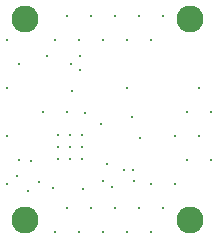
<source format=gbr>
%TF.GenerationSoftware,Altium Limited,Altium Designer,21.3.2 (30)*%
G04 Layer_Color=0*
%FSLAX26Y26*%
%MOIN*%
%TF.SameCoordinates,7249F2FC-C291-4BAF-AEBD-B68F3D0C2602*%
%TF.FilePolarity,Positive*%
%TF.FileFunction,Plated,1,2,PTH,Drill*%
%TF.Part,Single*%
G01*
G75*
%TA.AperFunction,OtherDrill,Pad Free-2 (4130mil,3350mil)*%
%ADD39C,0.090000*%
%TA.AperFunction,OtherDrill,Pad Free-2 (4130mil,2680mil)*%
%ADD40C,0.090000*%
%TA.AperFunction,OtherDrill,Pad Free-2 (3580mil,2680mil)*%
%ADD41C,0.090000*%
%TA.AperFunction,OtherDrill,Pad Free-2 (3580mil,3350mil)*%
%ADD42C,0.090000*%
%TA.AperFunction,ViaDrill,NotFilled*%
%ADD43C,0.012000*%
D39*
X4130000Y3350000D02*
D03*
D40*
Y2680000D02*
D03*
D41*
X3580000D02*
D03*
D42*
Y3350000D02*
D03*
D43*
X4160000Y3120000D02*
D03*
X4200000Y3040000D02*
D03*
X4160000Y2960000D02*
D03*
X4200000Y2880000D02*
D03*
X4120000Y3040000D02*
D03*
X4080000Y2960000D02*
D03*
X4120000Y2880000D02*
D03*
X4080000Y2800000D02*
D03*
X4040000Y3360000D02*
D03*
X4000000Y3280000D02*
D03*
Y2800000D02*
D03*
X4040000Y2720000D02*
D03*
X4000000Y2640000D02*
D03*
X3960000Y3360000D02*
D03*
X3920000Y3280000D02*
D03*
Y3120000D02*
D03*
X3960000Y2720000D02*
D03*
X3920000Y2640000D02*
D03*
X3880000Y3360000D02*
D03*
X3840000Y3280000D02*
D03*
X3880000Y2720000D02*
D03*
X3840000Y2640000D02*
D03*
X3800000Y3360000D02*
D03*
X3760000Y3280000D02*
D03*
X3800000Y2720000D02*
D03*
X3760000Y2640000D02*
D03*
X3720000Y3360000D02*
D03*
X3680000Y3280000D02*
D03*
X3720000Y3040000D02*
D03*
Y2720000D02*
D03*
X3680000Y2640000D02*
D03*
X3640000Y3040000D02*
D03*
X3520000Y3280000D02*
D03*
X3560000Y3200000D02*
D03*
X3520000Y3120000D02*
D03*
Y2960000D02*
D03*
X3560000Y2880000D02*
D03*
X3520000Y2800000D02*
D03*
X3555000Y2827000D02*
D03*
X3871000Y2793000D02*
D03*
X3772000Y2786000D02*
D03*
X3675000Y2787000D02*
D03*
X3964342Y2954945D02*
D03*
X3937299Y3025205D02*
D03*
X3852000Y2869000D02*
D03*
X3909000Y2848000D02*
D03*
X3939000D02*
D03*
X3628000Y2808000D02*
D03*
X3599000Y2878000D02*
D03*
X3589000Y2777000D02*
D03*
X3735000Y3200000D02*
D03*
X3779213Y3037417D02*
D03*
X3736000Y3110905D02*
D03*
X3839000Y2811000D02*
D03*
X3944000Y2812000D02*
D03*
X3765000Y3180000D02*
D03*
Y3228000D02*
D03*
X3654472Y3227528D02*
D03*
X3834000Y3000000D02*
D03*
X3769370Y2964370D02*
D03*
Y2925000D02*
D03*
Y2885630D02*
D03*
X3730000Y2964370D02*
D03*
Y2925000D02*
D03*
Y2885630D02*
D03*
X3690630Y2964370D02*
D03*
Y2925000D02*
D03*
Y2885630D02*
D03*
%TF.MD5,47ee7fc15091b5f64a86055ca5315375*%
M02*

</source>
